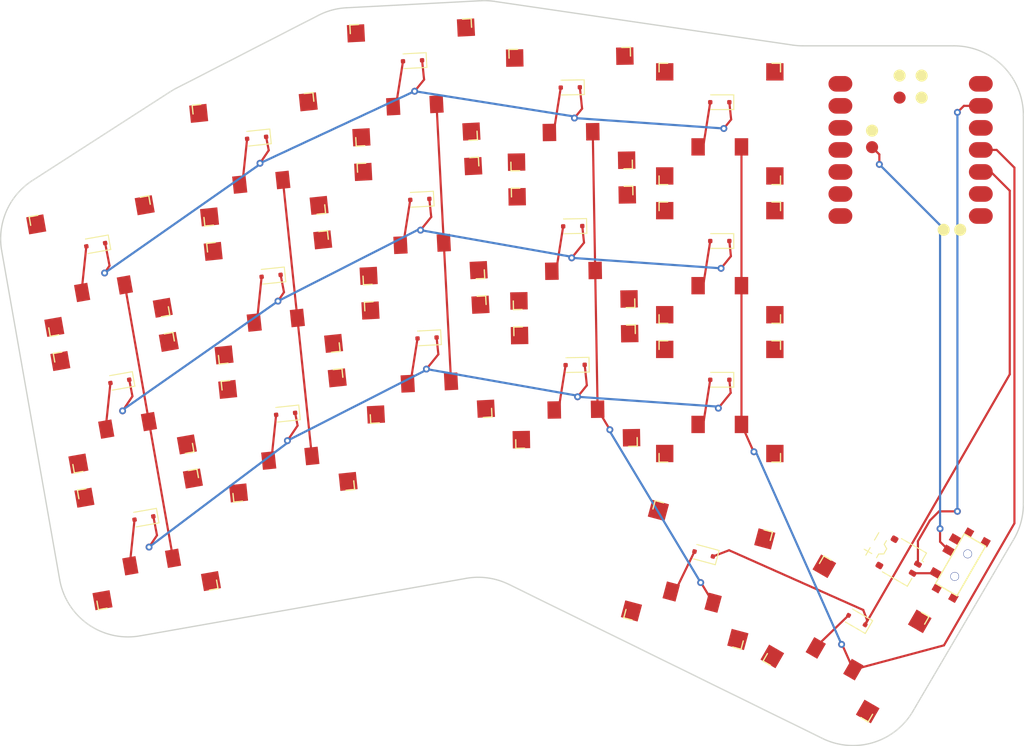
<source format=kicad_pcb>
(kicad_pcb (version 20241229) (generator "pcbnew") (generator_version "9.0")
  (title_block (title "splave-ferris_pg1316s_left") (rev "v1.0.0") (company "Unknown"))
  (layers (0 "F.Cu" signal) (2 "B.Cu" signal) (13 "F.Paste" user) (15 "B.Paste" user) (5 "F.SilkS" user "F.Silkscreen") (7 "B.SilkS" user "B.Silkscreen") (1 "F.Mask" user) (3 "B.Mask" user) (25 "Edge.Cuts" user))
  (net 0 "")
  (net 1 "D5")
  (net 2 "pinky_bottom")
  (net 3 "pinky_home")
  (net 4 "pinky_top")
  (net 5 "D3")
  (net 6 "ring_bottom")
  (net 7 "ring_home")
  (net 8 "ring_top")
  (net 9 "D1")
  (net 10 "middle_bottom")
  (net 11 "middle_home")
  (net 12 "middle_top")
  (net 13 "D8")
  (net 14 "index_bottom")
  (net 15 "index_home")
  (net 16 "index_top")
  (net 17 "D10")
  (net 18 "inner_bottom")
  (net 19 "inner_home")
  (net 20 "inner_top")
  (net 21 "near_fan")
  (net 22 "far_fan")
  (net 23 "D4")
  (net 24 "D2")
  (net 25 "D0")
  (net 26 "D9")
  (net 27 "D6")
  (net 28 "D7")
  (net 29 "RAW3V3")
  (net 30 "RAW5V")
  (net 31 "GND")
  (net 32 "RST")
  (net 33 "BAT")
  (net 34 "BAT_P")
  (footprint "E73:SPDT_C128955" (layer "F.Cu") (at 237.436353 142.205289 -120)
    (property "Reference" "T1" (hide yes))
    (property "Value" "" (hide yes))
    (pad "" smd rect (at -3.700002 -1.099999 240) (size 0.9 0.9) (layers "F.Cu" "F.Mask" "F.Paste"))
    (pad "" smd rect (at -3.700002 1.099998 240) (size 0.9 0.9) (layers "F.Cu" "F.Mask" "F.Paste"))
    (pad "" np_thru_hole circle (at -1.499999 -0.000001) (size 1 1) (drill 0.9) (layers "*.Cu" "*.Mask"))
    (pad "" np_thru_hole circle (at 1.499999 0.000001) (size 1 1) (drill 0.9) (layers "*.Cu" "*.Mask"))
    (pad "" smd rect (at 3.700002 -1.099998 240) (size 0.9 0.9) (layers "F.Cu" "F.Mask" "F.Paste"))
    (pad "" smd rect (at 3.700002 1.099999 240) (size 0.9 0.9) (layers "F.Cu" "F.Mask" "F.Paste"))
    (pad "1" smd rect (at 2.25 2.075007 240) (size 0.9 1.25) (layers "F.Cu" "F.Mask" "F.Paste") (net 34 "BAT_P"))
    (pad "2" smd rect (at -0.749998 2.075001 240) (size 0.9 1.25) (layers "F.Cu" "F.Mask" "F.Paste") (net 33 "BAT"))
    (pad "3" smd rect (at -2.250002 2.075003 240) (size 0.9 1.25) (layers "F.Cu" "F.Mask" "F.Paste"))
  )
  (footprint "diode_smd_sod323f" (layer "F.Cu") (at 209.60478 88.831483 180)
    (property "Reference" "D15" (hide yes))
    (property "Value" "" (hide yes))
    (pad "1" smd roundrect (at -1.1 -0.000001 180) (size 0.5 0.5) (layers "F.Cu" "F.Mask" "F.Paste") (net 25 "D0"))
    (pad "2" smd roundrect (at 1.1 0.000001 180) (size 0.5 0.5) (layers "F.Cu" "F.Mask" "F.Paste") (net 20 "inner_top"))
  )
  (footprint "PG1316S" (layer "F.Cu") (at 140.868831 123.476876 10)
    (property "Reference" "S2" (hide yes))
    (property "Value" "" (hide yes))
    (pad "1" smd rect (at -2.500005 2.649998 10) (size 1.55 2) (layers "F.Cu" "F.Mask" "F.Paste") (net 3 "pinky_home"))
    (pad "2" smd rect (at 2.5 2.649997 10) (size 1.55 2) (layers "F.Cu" "F.Mask" "F.Paste") (net 1 "D5"))
    (pad "MP" smd rect (at -6.350008 -5.999996 10) (size 2 2) (layers "F.Cu" "F.Mask" "F.Paste"))
    (pad "MP" smd rect (at -6.350001 5.999999 10) (size 2 2) (layers "F.Cu" "F.Mask" "F.Paste"))
    (pad "MP" smd rect (at 6.350001 -5.999999 10) (size 2 2) (layers "F.Cu" "F.Mask" "F.Paste"))
    (pad "MP" smd rect (at 6.350008 5.999996 10) (size 2 2) (layers "F.Cu" "F.Mask" "F.Paste"))
  )
  (footprint "PG1316S" (layer "F.Cu") (at 192.972407 121.621501 1)
    (property "Reference" "S10" (hide yes))
    (property "Value" "" (hide yes))
    (pad "1" smd rect (at -2.500002 2.650002 1) (size 1.55 2) (layers "F.Cu" "F.Mask" "F.Paste") (net 14 "index_bottom"))
    (pad "2" smd rect (at 2.500003 2.649996 1) (size 1.55 2) (layers "F.Cu" "F.Mask" "F.Paste") (net 13 "D8"))
    (pad "MP" smd rect (at -6.350002 6 1) (size 2 2) (layers "F.Cu" "F.Mask" "F.Paste"))
    (pad "MP" smd rect (at -6.349999 -5.999997 1) (size 2 2) (layers "F.Cu" "F.Mask" "F.Paste"))
    (pad "MP" smd rect (at 6.349999 5.999997 1) (size 2 2) (layers "F.Cu" "F.Mask" "F.Paste"))
    (pad "MP" smd rect (at 6.350002 -6 1) (size 2 2) (layers "F.Cu" "F.Mask" "F.Paste"))
  )
  (footprint "PG1316S" (layer "F.Cu") (at 175.148709 102.52815 3)
    (property "Reference" "S8" (hide yes))
    (property "Value" "" (hide yes))
    (pad "1" smd rect (at -2.500003 2.649998 3) (size 1.55 2) (layers "F.Cu" "F.Mask" "F.Paste") (net 11 "middle_home"))
    (pad "2" smd rect (at 2.5 2.650003 3) (size 1.55 2) (layers "F.Cu" "F.Mask" "F.Paste") (net 9 "D1"))
    (pad "MP" smd rect (at -6.349999 -6.000003 3) (size 2 2) (layers "F.Cu" "F.Mask" "F.Paste"))
    (pad "MP" smd rect (at -6.349999 5.999999 3) (size 2 2) (layers "F.Cu" "F.Mask" "F.Paste"))
    (pad "MP" smd rect (at 6.349999 -5.999999 3) (size 2 2) (layers "F.Cu" "F.Mask" "F.Paste"))
    (pad "MP" smd rect (at 6.349999 6.000003 3) (size 2 2) (layers "F.Cu" "F.Mask" "F.Paste"))
  )
  (footprint "PG1316S" (layer "F.Cu") (at 209.604779 107.331486)
    (property "Reference" "S14" (hide yes))
    (property "Value" "" (hide yes))
    (pad "1" smd rect (at -2.5 2.650003) (size 1.55 2) (layers "F.Cu" "F.Mask" "F.Paste") (net 19 "inner_home"))
    (pad "2" smd rect (at 2.499999 2.650003) (size 1.55 2) (layers "F.Cu" "F.Mask" "F.Paste") (net 17 "D10"))
    (pad "MP" smd rect (at -6.350001 -6.000004) (size 2 2) (layers "F.Cu" "F.Mask" "F.Paste"))
    (pad "MP" smd rect (at -6.349996 6) (size 2 2) (layers "F.Cu" "F.Mask" "F.Paste"))
    (pad "MP" smd rect (at 6.349996 -6) (size 2 2) (layers "F.Cu" "F.Mask" "F.Paste"))
    (pad "MP" smd rect (at 6.350001 6.000004) (size 2 2) (layers "F.Cu" "F.Mask" "F.Paste"))
  )
  (footprint "PG1316S" (layer "F.Cu") (at 156.465997 95.420161 6)
    (property "Reference" "S6" (hide yes))
    (property "Value" "" (hide yes))
    (pad "1" smd rect (at -2.500006 2.649998 6) (size 1.55 2) (layers "F.Cu" "F.Mask" "F.Paste") (net 8 "ring_top"))
    (pad "2" smd rect (at 2.500004 2.649999 6) (size 1.55 2) (layers "F.Cu" "F.Mask" "F.Paste") (net 5 "D3"))
    (pad "MP" smd rect (at -6.350004 -6 6) (size 2 2) (layers "F.Cu" "F.Mask" "F.Paste"))
    (pad "MP" smd rect (at -6.350001 5.999992 6) (size 2 2) (layers "F.Cu" "F.Mask" "F.Paste"))
    (pad "MP" smd rect (at 6.350001 -5.999992 6) (size 2 2) (layers "F.Cu" "F.Mask" "F.Paste"))
    (pad "MP" smd rect (at 6.350004 6 6) (size 2 2) (layers "F.Cu" "F.Mask" "F.Paste"))
  )
  (footprint "diode_smd_sod323f" (layer "F.Cu") (at 159.549583 124.75856 -174)
    (property "Reference" "D4" (hide yes))
    (property "Value" "" (hide yes))
    (pad "1" smd roundrect (at -1.099995 -0.000004 186) (size 0.5 0.5) (layers "F.Cu" "F.Mask" "F.Paste") (net 23 "D4"))
    (pad "2" smd roundrect (at 1.099995 0.000004 186) (size 0.5 0.5) (layers "F.Cu" "F.Mask" "F.Paste") (net 6 "ring_bottom"))
  )
  (footprint "diode_smd_sod323f" (layer "F.Cu") (at 143.213085 136.771783 -170)
    (property "Reference" "D1" (hide yes))
    (property "Value" "" (hide yes))
    (pad "1" smd roundrect (at -1.1 -0.000005 190) (size 0.5 0.5) (layers "F.Cu" "F.Mask" "F.Paste") (net 23 "D4"))
    (pad "2" smd roundrect (at 1.1 0.000005 190) (size 0.5 0.5) (layers "F.Cu" "F.Mask" "F.Paste") (net 2 "pinky_bottom"))
  )
  (footprint "diode_smd_sod323f" (layer "F.Cu") (at 209.604779 104.83149 180)
    (property "Reference" "D14" (hide yes))
    (property "Value" "" (hide yes))
    (pad "1" smd roundrect (at -1.1 -0.000001 180) (size 0.5 0.5) (layers "F.Cu" "F.Mask" "F.Paste") (net 24 "D2"))
    (pad "2" smd roundrect (at 1.1 0.000001 180) (size 0.5 0.5) (layers "F.Cu" "F.Mask" "F.Paste") (net 19 "inner_home"))
  )
  (footprint "diode_smd_sod323f" (layer "F.Cu") (at 137.656342 105.257931 -170)
    (property "Reference" "D3" (hide yes))
    (property "Value" "" (hide yes))
    (pad "1" smd roundrect (at -1.1 -0.000005 190) (size 0.5 0.5) (layers "F.Cu" "F.Mask" "F.Paste") (net 25 "D0"))
    (pad "2" smd roundrect (at 1.1 0.000005 190) (size 0.5 0.5) (layers "F.Cu" "F.Mask" "F.Paste") (net 4 "pinky_top"))
  )
  (footprint "diode_smd_sod323f" (layer "F.Cu") (at 209.604783 120.831487 180)
    (property "Reference" "D13" (hide yes))
    (property "Value" "" (hide yes))
    (pad "1" smd roundrect (at -1.1 -0.000001 180) (size 0.5 0.5) (layers "F.Cu" "F.Mask" "F.Paste") (net 23 "D4"))
    (pad "2" smd roundrect (at 1.1 0.000001 180) (size 0.5 0.5) (layers "F.Cu" "F.Mask" "F.Paste") (net 18 "inner_bottom"))
  )
  (footprint "ceoloide:battery_connector_molex_pico_ezmate_1x02" (layer "F.Cu") (at 230.523693 141.678361 -120)
    (property "Reference" "CONN1" (hide yes))
    (property "Value" "")
    (pad "" smd roundrect (at -1.749995 1.899999 240) (size 0.7 0.8) (layers "F.Cu" "F.Mask" "F.Paste"))
    (pad "" smd roundrect (at 1.749998 1.899999 240) (size 0.7 0.8) (layers "F.Cu" "F.Mask" "F.Paste"))
    (pad "1" smd roundrect (at -0.600002 -1.874999 240) (size 0.6 0.85) (layers "F.Cu" "F.Mask" "F.Paste") (net 31 "GND"))
    (pad "2" smd roundrect (at 0.599997 -1.875006 240) (size 0.6 0.85) (layers "F.Cu" "F.Mask" "F.Paste") (net 34 "BAT_P"))
  )
  (footprint "diode_smd_sod323f" (layer "F.Cu") (at 174.180494 84.05351 -177)
    (property "Reference" "D9" (hide yes))
    (property "Value" "" (hide yes))
    (pad "1" smd roundrect (at -1.099998 -0.000003 183) (size 0.5 0.5) (layers "F.Cu" "F.Mask" "F.Paste") (net 25 "D0"))
    (pad "2" smd roundrect (at 1.099998 0.000003 183) (size 0.5 0.5) (layers "F.Cu" "F.Mask" "F.Paste") (net 12 "middle_top"))
  )
  (footprint "diode_smd_sod323f" (layer "F.Cu") (at 192.928767 119.121879 -179)
    (property "Reference" "D10" (hide yes))
    (property "Value" "" (hide yes))
    (pad "1" smd roundrect (at -1.100002 0.000001 181) (size 0.5 0.5) (layers "F.Cu" "F.Mask" "F.Paste") (net 23 "D4"))
    (pad "2" smd roundrect (at 1.100002 -0.000001 181) (size 0.5 0.5) (layers "F.Cu" "F.Mask" "F.Paste") (net 14 "index_bottom"))
  )
  (footprint "PG1316S" (layer "F.Cu") (at 175.986084 118.506233 3)
    (property "Reference" "S7" (hide yes))
    (property "Value" "" (hide yes))
    (pad "1" smd rect (at -2.500003 2.649998 3) (size 1.55 2) (layers "F.Cu" "F.Mask" "F.Paste") (net 10 "middle_bottom"))
    (pad "2" smd rect (at 2.5 2.650003 3) (size 1.55 2) (layers "F.Cu" "F.Mask" "F.Paste") (net 9 "D1"))
    (pad "MP" smd rect (at -6.349999 -6.000003 3) (size 2 2) (layers "F.Cu" "F.Mask" "F.Paste"))
    (pad "MP" smd rect (at -6.349999 5.999999 3) (size 2 2) (layers "F.Cu" "F.Mask" "F.Paste"))
    (pad "MP" smd rect (at 6.349999 -5.999999 3) (size 2 2) (layers "F.Cu" "F.Mask" "F.Paste"))
    (pad "MP" smd rect (at 6.349999 6.000003 3) (size 2 2) (layers "F.Cu" "F.Mask" "F.Paste"))
  )
  (footprint "PG1316S" (layer "F.Cu") (at 158.138455 111.332514 6)
    (property "Reference" "S5" (hide yes))
    (property "Value" "" (hide yes))
    (pad "1" smd rect (at -2.500006 2.649998 6) (size 1.55 2) (layers "F.Cu" "F.Mask" "F.Paste") (net 7 "ring_home"))
    (pad "2" smd rect (at 2.500004 2.649999 6) (size 1.55 2) (layers "F.Cu" "F.Mask" "F.Paste") (net 5 "D3"))
    (pad "MP" smd rect (at -6.350004 -6 6) (size 2 2) (layers "F.Cu" "F.Mask" "F.Paste"))
    (pad "MP" smd rect (at -6.350001 5.999992 6) (size 2 2) (layers "F.Cu" "F.Mask" "F.Paste"))
    (pad "MP" smd rect (at 6.350001 -5.999992 6) (size 2 2) (layers "F.Cu" "F.Mask" "F.Paste"))
    (pad "MP" smd rect (at 6.350004 6 6) (size 2 2) (layers "F.Cu" "F.Mask" "F.Paste"))
  )
  (footprint "PG1316S" (layer "F.Cu") (at 209.60478 123.331489)
    (property "Reference" "S13" (hide yes))
    (property "Value" "" (hide yes))
    (pad "1" smd rect (at -2.5 2.650003) (size 1.55 2) (layers "F.Cu" "F.Mask" "F.Paste") (net 18 "inner_bottom"))
    (pad "2" smd rect (at 2.499999 2.650003) (size 1.55 2) (layers "F.Cu" "F.Mask" "F.Paste") (net 17 "D10"))
    (pad "MP" smd rect (at -6.350001 -6.000004) (size 2 2) (layers "F.Cu" "F.Mask" "F.Paste"))
    (pad "MP" smd rect (at -6.349996 6) (size 2 2) (layers "F.Cu" "F.Mask" "F.Paste"))
    (pad "MP" smd rect (at 6.349996 -6) (size 2 2) (layers "F.Cu" "F.Mask" "F.Paste"))
    (pad "MP" smd rect (at 6.350001 6.000004) (size 2 2) (layers "F.Cu" "F.Mask" "F.Paste"))
  )
  (footprint "diode_smd_sod323f" (layer "F.Cu") (at 192.370292 87.126756 -179)
    (property "Reference" "D12" (hide yes))
    (property "Value" "" (hide yes))
    (pad "1" smd roundrect (at -1.100002 0.000001 181) (size 0.5 0.5) (layers "F.Cu" "F.Mask" "F.Paste") (net 25 "D0"))
    (pad "2" smd roundrect (at 1.100002 -0.000001 181) (size 0.5 0.5) (layers "F.Cu" "F.Mask" "F.Paste") (net 16 "index_top"))
  )
  (footprint "PG1316S" (layer "F.Cu") (at 138.090459 107.719951 10)
    (property "Reference" "S3" (hide yes))
    (property "Value" "" (hide yes))
    (pad "1" smd rect (at -2.500005 2.649998 10) (size 1.55 2) (layers "F.Cu" "F.Mask" "F.Paste") (net 4 "pinky_top"))
    (pad "2" smd rect (at 2.5 2.649997 10) (size 1.55 2) (layers "F.Cu" "F.Mask" "F.Paste") (net 1 "D5"))
    (pad "MP" smd rect (at -6.350008 -5.999996 10) (size 2 2) (layers "F.Cu" "F.Mask" "F.Paste"))
    (pad "MP" smd rect (at -6.350001 5.999999 10) (size 2 2) (layers "F.Cu" "F.Mask" "F.Paste"))
    (pad "MP" smd rect (at 6.350001 -5.999999 10) (size 2 2) (layers "F.Cu" "F.Mask" "F.Paste"))
    (pad "MP" smd rect (at 6.350008 5.999996 10) (size 2 2) (layers "F.Cu" "F.Mask" "F.Paste"))
  )
  (footprint "diode_smd_sod323f" (layer "F.Cu") (at 140.434711 121.014857 -170)
    (property "Reference" "D2" (hide yes))
    (property "Value" "" (hide yes))
    (pad "1" smd roundrect (at -1.1 -0.000005 190) (size 0.5 0.5) (layers "F.Cu" "F.Mask" "F.Paste") (net 24 "D2"))
    (pad "2" smd roundrect (at 1.1 0.000005 190) (size 0.5 0.5) (layers "F.Cu" "F.Mask" "F.Paste") (net 3 "pinky_home"))
  )
  (footprint "PG1316S" (layer "F.Cu") (at 159.810906 127.244863 6)
    (property "Reference" "S4" (hide yes))
    (property "Value" "" (hide yes))
    (pad "1" smd rect (at -2.500006 2.649998 6) (size 1.55 2) (layers "F.Cu" "F.Mask" "F.Paste") (net 6 "ring_bottom"))
    (pad "2" smd rect (at 2.500004 2.649999 6) (size 1.55 2) (layers "F.Cu" "F.Mask" "F.Paste") (net 5 "D3"))
    (pad "MP" smd rect (at -6.350004 -6 6) (size 2 2) (layers "F.Cu" "F.Mask" "F.Paste"))
    (pad "MP" smd rect (at -6.350001 5.999992 6) (size 2 2) (layers "F.Cu" "F.Mask" "F.Paste"))
    (pad "MP" smd rect (at 6.350001 -5.999992 6) (size 2 2) (layers "F.Cu" "F.Mask" "F.Paste"))
    (pad "MP" smd rect (at 6.350004 6 6) (size 2 2) (layers "F.Cu" "F.Mask" "F.Paste"))
  )
  (footprint "PG1316S" (layer "F.Cu") (at 192.413922 89.626372 1)
    (property "Reference" "S12" (hide yes))
    (property "Value" "" (hide yes))
    (pad "1" smd rect (at -2.500002 2.650002 1) (size 1.55 2) (layers "F.Cu" "F.Mask" "F.Paste") (net 16 "index_top"))
    (pad "2" smd rect (at 2.500003 2.649996 1) (size 1.55 2) (layers "F.Cu" "F.Mask" "F.Paste") (net 13 "D8"))
    (pad "MP" smd rect (at -6.350002 6 1) (size 2 2) (layers "F.Cu" "F.Mask" "F.Paste"))
    (pad "MP" smd rect (at -6.349999 -5.999997 1) (size 2 2) (layers "F.Cu" "F.Mask" "F.Paste"))
    (pad "MP" smd rect (at 6.349999 5.999997 1) (size 2 2) (layers "F.Cu" "F.Mask" "F.Paste"))
    (pad "MP" smd rect (at 6.350002 -6 1) (size 2 2) (layers "F.Cu" "F.Mask" "F.Paste"))
  )
  (footprint "PG1316S" (layer "F.Cu") (at 209.604783 91.331488)
    (property "Reference" "S15" (hide yes))
    (property "Value" "" (hide yes))
    (pad "1" smd rect (at -2.5 2.650003) (size 1.55 2) (layers "F.Cu" "F.Mask" "F.Paste") (net 20 "inner_top"))
    (pad "2" smd rect (at 2.499999 2.650003) (size 1.55 2) (layers "F.Cu" "F.Mask" "F.Paste") (net 17 "D10"))
    (pad "MP" smd rect (at -6.350001 -6.000004) (size 2 2) (layers "F.Cu" "F.Mask" "F.Paste"))
    (pad "MP" smd rect (at -6.349996 6) (size 2 2) (layers "F.Cu" "F.Mask" "F.Paste"))
    (pad "MP" smd rect (at 6.349996 -6) (size 2 2) (layers "F.Cu" "F.Mask" "F.Paste"))
    (pad "MP" smd rect (at 6.350001 6.000004) (size 2 2) (layers "F.Cu" "F.Mask" "F.Paste"))
  )
  (footprint "xiao_smd" (layer "F.Cu") (at 231.604781 94.33148)
    (property "Reference" "MCU1" (hide yes))
    (property "Value" "")
    (pad "" smd circle (at -4.445004 -2.222001 180) (size 1.397 1.397) (layers "F.SilkS"))
    (pad "" smd circle (at -1.27 -8.571997 90) (size 1.397 1.397) (layers "F.SilkS"))
    (pad "" smd circle (at 1.269996 -6.031998 90) (size 1.397 1.397) (layers "F.SilkS"))
    (pad "" smd circle (at 1.270001 -8.572001 90) (size 1.397 1.397) (layers "F.SilkS"))
    (pad "" smd circle (at 3.809996 9.208 180) (size 1.397 1.397) (layers "F.SilkS"))
    (pad "" smd circle (at 5.715 9.208001 180) (size 1.397 1.397) (layers "F.SilkS"))
    (pad "1" smd oval (at -7.62 -7.620001 180) (size 2.75 1.8) (drill (offset 0.475 0)) (layers "F.Cu" "F.Mask" "F.Paste") (net 25 "D0"))
    (pad "2" smd oval (at -7.619997 -5.079996 180) (size 2.75 1.8) (drill (offset 0.475 0)) (layers "F.Cu" "F.Mask" "F.Paste") (net 9 "D1"))
    (pad "3" smd oval (at -7.619999 -2.54 180) (size 2.75 1.8) (drill (offset 0.475 0)) (layers "F.Cu" "F.Mask" "F.Paste") (net 24 "D2"))
    (pad "4" smd oval (at -7.619995 -0.000002 180) (size 2.75 1.8) (drill (offset 0.475 0)) (layers "F.Cu" "F.Mask" "F.Paste") (net 5 "D3"))
    (pad "5" smd oval (at -7.620003 2.539999 180) (size 2.75 1.8) (drill (offset 0.475 0)) (layers "F.Cu" "F.Mask" "F.Paste") (net 23 "D4"))
    (pad "6" smd oval (at -7.619993 5.079996 180) (size 2.75 1.8) (drill (offset 0.475 0)) (layers "F.Cu" "F.Mask" "F.Paste") (net 1 "D5"))
    (pad "7" smd oval (at -7.620001 7.62 180) (size 2.75 1.8) (drill (offset 0.475 0)) (layers "F.Cu" "F.Mask" "F.Paste") (net 27 "D6"))
    (pad "8" smd oval (at 7.62 7.620001) (size 2.75 1.8) (drill (offset 0.475 0)) (layers "F.Cu" "F.Mask" "F.Paste") (net 28 "D7"))
    (pad "9" smd oval (at 7.619997 5.079996) (size 2.75 1.8) (drill (offset 0.475 0)) (layers "F.Cu" "F.Mask" "F.Paste") (net 13 "D8"))
    (pad "10" smd oval (at 7.619999 2.54) (size 2.75 1.8) (drill (offset 0.475 0)) (layers "F.Cu" "F.Mask" "F.Paste") (net 26 "D9"))
    (pad "11" smd oval (at 7.619995 0.000002) (size 2.75 1.8) (drill (offset 0.475 0)) (layers "F.Cu" "F.Mask" "F.Paste") (net 17 "D10"))
    (pad "12" smd oval (at 7.620003 -2.539999) (size 2.75 1.8) (drill (offset 0.475 0)) (layers "F.Cu" "F.Mask" "F.Paste") (net 29 "RAW3V3"))
    (pad "13" smd oval (at 7.619993 -5.079996) (size 2.75 1.8) (drill (offset 0.475 0)) (layers "F.Cu" "F.Mask" "F.Paste") (net 31 "GND"))
    (pad "14" smd oval (at 7.620001 -7.62) (size 2.75 1.8) (drill (offset 0.475 0)) (layers "F.Cu" "F.Mask" "F.Paste") (net 30 "RAW5V"))
    (pad "17" smd circle (at -1.270004 -6.032 90) (size 1.397 1.397) (layers "F.Cu" "F.Mask" "F.Paste") (net 32 "RST"))
    (pad "19" smd circle (at -4.445 -0.316999 180) (size 1.397 1.397) (layers "F.Cu" "F.Mask" "F.Paste") (net 33 "BAT"))
  )
  (footprint "PG1316S" (layer "F.Cu") (at 224.157674 150.704645 -30)
    (property "Reference" "S17" (hide yes))
    (property "Value" "" (hide yes))
    (pad "1" smd rect (at -2.5 2.650002 330) (size 1.55 2) (layers "F.Cu" "F.Mask" "F.Paste") (net 22 "far_fan"))
    (pad "2" smd rect (at 2.500004 2.650003 330) (size 1.55 2) (layers "F.Cu" "F.Mask" "F.Paste") (net 17 "D10"))
    (pad "MP" smd rect (at -6.350006 6.000001 330) (size 2 2) (layers "F.Cu" "F.Mask" "F.Paste"))
    (pad "MP" smd rect (at -6.349993 -5.999999 330) (size 2 2) (layers "F.Cu" "F.Mask" "F.Paste"))
    (pad "MP" smd rect (at 6.349993 5.999999 330) (size 2 2) (layers "F.Cu" "F.Mask" "F.Paste"))
    (pad "MP" smd rect (at 6.350006 -6.000001 330) (size 2 2) (layers "F.Cu" "F.Mask" "F.Paste"))
  )
  (footprint "PG1316S" (layer "F.Cu") (at 192.693166 105.623942 1)
    (property "Reference" "S11" (hide yes))
    (property "Value" "" (hide yes))
    (pad "1" smd rect (at -2.500002 2.650002 1) (size 1.55 2) (layers "F.Cu" "F.Mask" "F.Paste") (net 15 "index_home"))
    (pad "2" smd rect (at 2.500003 2.649996 1) (size 1.55 2) (layers "F.Cu" "F.Mask" "F.Paste") (net 13 "D8"))
    (pad "MP" smd rect (at -6.350002 6 1) (size 2 2) (layers "F.Cu" "F.Mask" "F.Paste"))
    (pad "MP" smd rect (at -6.349999 -5.999997 1) (size 2 2) (layers "F.Cu" "F.Mask" "F.Paste"))
    (pad "MP" smd rect (at 6.349999 5.999997 1) (size 2 2) (layers "F.Cu" "F.Mask" "F.Paste"))
    (pad "MP" smd rect (at 6.350002 -6 1) (size 2 2) (layers "F.Cu" "F.Mask" "F.Paste"))
  )
  (footprint "PG1316S" (layer "F.Cu") (at 174.311334 86.550078 3)
    (property "Reference" "S9" (hide yes))
    (property "Value" "" (hide yes))
    (pad "1" smd rect (at -2.500003 2.649998 3) (size 1.55 2) (layers "F.Cu" "F.Mask" "F.Paste") (net 12 "middle_top"))
    (pad "2" smd rect (at 2.5 2.650003 3) (size 1.55 2) (layers "F.Cu" "F.Mask" "F.Paste") (net 9 "D1"))
    (pad "MP" smd rect (at -6.349999 -6.000003 3) (size 2 2) (layers "F.Cu" "F.Mask" "F.Paste"))
    (pad "MP" smd rect (at -6.349999 5.999999 3) (size 2 2) (layers "F.Cu" "F.Mask" "F.Paste"))
    (pad "MP" smd rect (at 6.349999 -5.999999 3) (size 2 2) (layers "F.Cu" "F.Mask" "F.Paste"))
    (pad "MP" smd rect (at 6.349999 6.000003 3) (size 2 2) (layers "F.Cu" "F.Mask" "F.Paste"))
  )
  (footprint "diode_smd_sod323f" (layer "F.Cu") (at 175.017867 100.031576 -177)
    (property "Reference" "D8" (hide yes))
    (property "Value" "" (hide yes))
    (pad "1" smd roundrect (at -1.099998 -0.000003 183) (size 0.5 0.5) (layers "F.Cu" "F.Mask" "F.Paste") (net 24 "D2"))
    (pad "2" smd roundrect (at 1.099998 0.000003 183) (size 0.5 0.5) (layers "F.Cu" "F.Mask" "F.Paste") (net 11 "middle_home"))
  )
  (footprint "diode_smd_sod323f" (layer "F.Cu") (at 207.75182 140.916674 165)
    (property "Reference" "D16" (hide yes))
    (property "Value" "" (hide yes))
    (pad "1" smd roundrect (at -1.099999 -0.000002 165) (size 0.5 0.5) (layers "F.Cu" "F.Mask" "F.Paste") (net 26 "D9"))
    (pad "2" smd roundrect (at 1.099999 0.000002 165) (size 0.5 0.5) (layers "F.Cu" "F.Mask" "F.Paste") (net 21 "near_fan"))
  )
  (footprint "diode_smd_sod323f" (layer "F.Cu") (at 225.407669 148.539579 150)
    (property "Reference" "D17" (hide yes))
    (property "Value" "" (hide yes))
    (pad "1" smd roundrect (at -1.100001 0.000006 150) (size 0.5 0.5) (layers "F.Cu" "F.Mask" "F.Paste") (net 26 "D9"))
    (pad "2" smd roundrect (at 1.100001 -0.000006 150) (size 0.5 0.5) (layers "F.Cu" "F.Mask" "F.Paste") (net 22 "far_fan"))
  )
  (footprint "diode_smd_sod323f" (layer "F.Cu") (at 192.649534 103.124321 -179)
    (property "Reference" "D11" (hide yes))
    (property "Value" "" (hide yes))
    (pad "1" smd roundrect (at -1.100002 0.000001 181) (size 0.5 0.5) (layers "F.Cu" "F.Mask" "F.Paste") (net 24 "D2"))
    (pad "2" smd roundrect (at 1.100002 -0.000001 181) (size 0.5 0.5) (layers "F.Cu" "F.Mask" "F.Paste") (net 15 "index_home"))
  )
  (footprint "diode_smd_sod323f" (layer "F.Cu") (at 175.855241 116.009649 -177)
    (property "Reference" "D7" (hide yes))
    (property "Value" "" (hide yes))
    (pad "1" smd roundrect (at -1.099998 -0.000003 183) (size 0.5 0.5) (layers "F.Cu" "F.Mask" "F.Paste") (net 23 "D4"))
    (pad "2" smd roundrect (at 1.099998 0.000003 183) (size 0.5 0.5) (layers "F.Cu" "F.Mask" "F.Paste") (net 10 "middle_bottom"))
  )
  (footprint "PG1316S" (layer "F.Cu") (at 143.647198 139.233799 10)
    (property "Reference" "S1" (hide yes))
    (property "Value" "" (hide yes))
    (pad "1" smd rect (at -2.500005 2.649998 10) (size 1.55 2) (layers "F.Cu" "F.Mask" "F.Paste") (net 2 "pinky_bottom"))
    (pad "2" smd rect (at 2.5 2.649997 10) (size 1.55 2) (layers "F.Cu" "F.Mask" "F.Paste") (net 1 "D5"))
    (pad "MP" smd rect (at -6.350008 -5.999996 10) (size 2 2) (layers "F.Cu" "F.Mask" "F.Paste"))
    (pad "MP" smd rect (at -6.350001 5.999999 10) (size 2 2) (layers "F.Cu" "F.Mask" "F.Paste"))
    (pad "MP" smd rect (at 6.350001 -5.999999 10) (size 2 2) (layers "F.Cu" "F.Mask" "F.Paste"))
    (pad "MP" smd rect (at 6.350008 5.999996 10) (size 2 2) (layers "F.Cu" "F.Mask" "F.Paste"))
  )
  (footprint "PG1316S" (layer "F.Cu") (at 207.10478 143.33149 -15)
    (property "Reference" "S16" (hide yes))
    (property "Value" "" (hide yes))
    (pad "1" smd rect (at -2.5 2.650001 345) (size 1.55 2) (layers "F.Cu" "F.Mask" "F.Paste") (net 21 "near_fan"))
    (pad "2" smd rect (at 2.5 2.649999 345) (size 1.55 2) (layers "F.Cu" "F.Mask" "F.Paste") (net 13 "D8"))
    (pad "MP" smd rect (at -6.349999 5.999996 345) (size 2 2) (layers "F.Cu" "F.Mask" "F.Paste"))
    (pad "MP" smd rect (at -6.349998 -6.000001 345) (size 2 2) (layers "F.Cu" "F.Mask" "F.Paste"))
    (pad "MP" smd rect (at 6.349998 6.000001 345) (size 2 2) (layers "F.Cu" "F.Mask" "F.Paste"))
    (pad "MP" smd rect (at 6.349999 -5.999996 345) (size 2 2) (layers "F.Cu" "F.Mask" "F.Paste"))
  )
  (footprint "diode_smd_sod323f" (layer "F.Cu") (at 156.204679 92.933859 -174)
    (property "Reference" "D6" (hide yes))
    (property "Value" "" (hide yes))
    (pad "1" smd roundrect (at -1.099995 -0.000004 186) (size 0.5 0.5) (layers "F.Cu" "F.Mask" "F.Paste") (net 25 "D0"))
    (pad "2" smd roundrect (at 1.099995 0.000004 186) (size 0.5 0.5) (layers "F.Cu" "F.Mask" "F.Paste") (net 8 "ring_top"))
  )
  (footprint "diode_smd_sod323f" (layer "F.Cu") (at 157.877133 108.846206 -174)
    (property "Reference" "D5" (hide yes))
    (property "Value" "" (hide yes))
    (pad "1" smd roundrect (at -1.099995 -0.000004 186) (size 0.5 0.5) (layers "F.Cu" "F.Mask" "F.Paste") (net 24 "D2"))
    (pad "2" smd roundrect (at 1.099995 0.000004 186) (size 0.5 0.5) (layers "F.Cu" "F.Mask" "F.Paste") (net 7 "ring_home"))
  )
  (gr_arc (start 244.604778 135.158792) (mid 244.325117 137.255535) (end 243.505697 139.205688) (stroke (width 0.15)) (layer "Edge.Cuts"))
  (gr_arc (start 163.329395 78.814879) (mid 164.899764 78.208338) (end 166.562291 77.943838) (stroke (width 0.15)) (layer "Edge.Cuts"))
  (gr_arc (start 142.765146 150.355939) (mid 136.787345 149.030697) (end 133.49749 143.866667) (stroke (width 0.15)) (layer "Edge.Cuts"))
  (gr_line (start 133.49749 143.866667) (end 126.814927 105.967941) (stroke (width 0.15)) (layer "Edge.Cuts"))
  (gr_line (start 183.613355 77.206425) (end 218.028174 82.247033) (stroke (width 0.15)) (layer "Edge.Cuts"))
  (gr_arc (start 180.373137 143.724644) (mid 182.886882 143.682539) (end 185.289567 144.422669) (stroke (width 0.15)) (layer "Edge.Cuts"))
  (gr_line (start 130.361409 97.853139) (end 146.243985 87.623136) (stroke (width 0.15)) (layer "Edge.Cuts"))
  (gr_arc (start 126.814925 105.967943) (mid 127.362884 101.375044) (end 130.361409 97.853139) (stroke (width 0.15)) (layer "Edge.Cuts"))
  (gr_line (start 166.562293 77.943838) (end 182.035301 77.132932) (stroke (width 0.15)) (layer "Edge.Cuts"))
  (gr_line (start 180.373137 143.724644) (end 142.765146 150.355939) (stroke (width 0.15)) (layer "Edge.Cuts"))
  (gr_line (start 221.441418 162.181546) (end 185.289567 144.422669) (stroke (width 0.15)) (layer "Edge.Cuts"))
  (gr_arc (start 236.604771 82.331489) (mid 242.261629 84.674633) (end 244.604783 90.33149) (stroke (width 0.15)) (layer "Edge.Cuts"))
  (gr_arc (start 231.869582 159.048011) (mid 227.270875 162.6627) (end 221.441418 162.181546) (stroke (width 0.15)) (layer "Edge.Cuts"))
  (gr_line (start 146.924387 87.23075) (end 163.329398 78.81488) (stroke (width 0.15)) (layer "Edge.Cuts"))
  (gr_arc (start 182.0353 77.132931) (mid 182.826145 77.130629) (end 183.613355 77.206425) (stroke (width 0.15)) (layer "Edge.Cuts"))
  (gr_arc (start 219.187534 82.331486) (mid 218.606318 82.310344) (end 218.028174 82.247033) (stroke (width 0.15)) (layer "Edge.Cuts"))
  (gr_line (start 219.187535 82.331488) (end 236.604771 82.331489) (stroke (width 0.15)) (layer "Edge.Cuts"))
  (gr_line (start 243.505697 139.205688) (end 231.86958 159.04801) (stroke (width 0.15)) (layer "Edge.Cuts"))
  (gr_line (start 244.604783 90.33149) (end 244.604778 135.158792) (stroke (width 0.15)) (layer "Edge.Cuts"))
  (gr_arc (start 146.243985 87.623136) (mid 146.579367 87.418588) (end 146.924387 87.23075) (stroke (width 0.15)) (layer "Edge.Cuts"))
  (segment (start 146.569387 141.409418) (end 146.569385 141.40942) (width 0.25) (layer "F.Cu") (net 1))
  (segment (start 141.012642 109.895571) (end 146.569387 141.409418) (width 0.25) (layer "F.Cu") (net 1))
  (segment (start 142.129795 136.962791) (end 141.579696 142.196594) (width 0.25) (layer "F.Cu") (net 2))
  (segment (start 141.579696 142.196594) (end 141.645348 142.277664) (width 0.25) (layer "F.Cu") (net 2))
  (segment (start 139.351422 121.205868) (end 138.801331 126.439666) (width 0.25) (layer "F.Cu") (net 3))
  (segment (start 138.801331 126.439666) (end 138.866974 126.520737) (width 0.25) (layer "F.Cu") (net 3))
  (segment (start 136.57305 105.448945) (end 136.022961 110.682741) (width 0.25) (layer "F.Cu") (net 4))
  (segment (start 136.022961 110.682741) (end 136.088609 110.763813) (width 0.25) (layer "F.Cu") (net 4))
  (segment (start 159.229305 97.794321) (end 162.574216 129.619025) (width 0.25) (layer "F.Cu") (net 5))
  (segment (start 158.455614 124.873543) (end 157.92985 129.875863) (width 0.25) (layer "F.Cu") (net 6))
  (segment (start 157.92985 129.875863) (end 157.601608 130.141671) (width 0.25) (layer "F.Cu") (net 6))
  (segment (start 156.257395 113.963514) (end 155.929145 114.229315) (width 0.25) (layer "F.Cu") (net 7))
  (segment (start 156.783159 108.961192) (end 156.257395 113.963514) (width 0.25) (layer "F.Cu") (net 7))
  (segment (start 155.110703 93.048838) (end 154.584936 98.05116) (width 0.25) (layer "F.Cu") (net 8))
  (segment (start 154.584936 98.05116) (end 154.256694 98.31697) (width 0.25) (layer "F.Cu") (net 8))
  (segment (start 177.783972 105.043683) (end 178.621348 121.021761) (width 0.25) (layer "F.Cu") (net 9))
  (segment (start 176.946597 89.065611) (end 177.783972 105.043683) (width 0.25) (layer "F.Cu") (net 9))
  (segment (start 173.969905 121.035173) (end 173.628197 121.283433) (width 0.25) (layer "F.Cu") (net 10))
  (segment (start 174.756753 116.067225) (end 173.969905 121.035173) (width 0.25) (layer "F.Cu") (net 10))
  (segment (start 173.132528 105.0571) (end 172.790823 105.305359) (width 0.25) (layer "F.Cu") (net 11))
  (segment (start 173.919375 100.089152) (end 173.132528 105.0571) (width 0.25) (layer "F.Cu") (net 11))
  (segment (start 173.082005 84.111081) (end 172.295153 89.079023) (width 0.25) (layer "F.Cu") (net 12))
  (segment (start 172.295153 89.079023) (end 171.95345 89.327292) (width 0.25) (layer "F.Cu") (net 12))
  (segment (start 196.931494 126.579453) (end 195.518275 124.227462) (width 0.25) (layer "F.Cu") (net 13))
  (segment (start 208.833726 146.538234) (end 207.442899 144.223511) (width 0.25) (layer "F.Cu") (net 13))
  (segment (start 195.239035 108.229905) (end 195.51827 124.227461) (width 0.25) (layer "F.Cu") (net 13))
  (segment (start 195.51827 124.227461) (end 195.518273 124.227463) (width 0.25) (layer "F.Cu") (net 13))
  (segment (start 194.959793 92.232333) (end 195.239031 108.229902) (width 0.25) (layer "F.Cu") (net 13))
  (segment (start 196.928925 126.589756) (end 196.931494 126.579453) (width 0.25) (layer "F.Cu") (net 13))
  (segment (start 207.442899 144.223511) (end 207.401488 144.213189) (width 0.25) (layer "F.Cu") (net 13))
  (segment (start 195.239031 108.229902) (end 195.239035 108.229905) (width 0.25) (layer "F.Cu") (net 13))
  (via (at 207.401488 144.213189) (size 0.8) (drill 0.4) (layers "F.Cu" "B.Cu") (net 13))
  (via (at 196.928925 126.589756) (size 0.8) (drill 0.4) (layers "F.Cu" "B.Cu") (net 13))
  (segment (start 207.401488 144.213189) (end 196.894713 126.726976) (width 0.25) (layer "B.Cu") (net 13))
  (segment (start 196.894713 126.726976) (end 196.928925 126.589756) (width 0.25) (layer "B.Cu") (net 13))
  (segment (start 191.828943 119.141077) (end 191.073298 123.912031) (width 0.25) (layer "F.Cu") (net 14))
  (segment (start 191.073298 123.912031) (end 190.519034 124.314732) (width 0.25) (layer "F.Cu") (net 14))
  (segment (start 190.794055 107.914469) (end 190.239791 108.317164) (width 0.25) (layer "F.Cu") (net 15))
  (segment (start 191.549701 103.143513) (end 190.794055 107.914469) (width 0.25) (layer "F.Cu") (net 15))
  (segment (start 191.270464 87.145954) (end 190.514818 91.91691) (width 0.25) (layer "F.Cu") (net 16))
  (segment (start 190.514818 91.91691) (end 189.960556 92.319606) (width 0.25) (layer "F.Cu") (net 16))
  (segment (start 213.500357 129.116016) (end 212.104777 125.981491) (width 0.25) (layer "F.Cu") (net 17))
  (segment (start 212.104781 93.981488) (end 212.104783 109.981485) (width 0.25) (layer "F.Cu") (net 17))
  (segment (start 213.540644 129.131479) (end 213.500357 129.116016) (width 0.25) (layer "F.Cu") (net 17))
  (segment (start 239.224775 94.331483) (end 241.529249 94.331483) (width 0.25) (layer "F.Cu") (net 17))
  (segment (start 241.529249 94.331483) (end 243.57447 96.376704) (width 0.25) (layer "F.Cu") (net 17))
  (segment (start 223.713885 151.366038) (end 223.647728 151.340639) (width 0.25) (layer "F.Cu") (net 17))
  (segment (start 224.997739 154.249618) (end 223.713885 151.366038) (width 0.25) (layer "F.Cu") (net 17))
  (segment (start 212.104783 109.981485) (end 212.10478 109.981485) (width 0.25) (layer "F.Cu") (net 17))
  (segment (start 212.10478 109.981485) (end 212.104781 125.981488) (width 0.25) (layer "F.Cu") (net 17))
  (segment (start 243.57447 137.376704) (end 235.449834 151.448987) (width 0.25) (layer "F.Cu") (net 17))
  (segment (start 243.57447 96.376704) (end 243.57447 137.376704) (width 0.25) (layer "F.Cu") (net 17))
  (segment (start 235.449834 151.448987) (end 224.99774 154.249617) (width 0.25) (layer "F.Cu") (net 17))
  (via (at 213.540644 129.131479) (size 0.8) (drill 0.4) (layers "F.Cu" "B.Cu") (net 17))
  (via (at 223.647728 151.340639) (size 0.8) (drill 0.4) (layers "F.Cu" "B.Cu") (net 17))
  (segment (start 213.804699 129.23284) (end 213.540644 129.131479) (width 0.25) (layer "B.Cu") (net 17))
  (segment (start 223.647728 151.340639) (end 213.804699 129.23284) (width 0.25) (layer "B.Cu") (net 17))
  (segment (start 208.50478 120.831489) (end 207.765085 125.501745) (width 0.25) (layer "F.Cu") (net 18))
  (segment (start 207.765085 125.501745) (end 207.104784 125.981485) (width 0.25) (layer "F.Cu") (net 18))
  (segment (start 208.504781 104.831485) (end 207.765088 109.501746) (width 0.25) (layer "F.Cu") (net 19))
  (segment (start 207.765088 109.501746) (end 207.104781 109.981487) (width 0.25) (layer "F.Cu") (net 19))
  (segment (start 207.765084 93.50175) (end 207.104782 93.981489) (width 0.25) (layer "F.Cu") (net 20))
  (segment (start 208.504781 88.831483) (end 207.765084 93.50175) (width 0.25) (layer "F.Cu") (net 20))
  (segment (start 204.527745 145.063834) (end 204.004094 145.244141) (width 0.25) (layer "F.Cu") (net 21))
  (segment (start 206.689309 140.631971) (end 204.527745 145.063834) (width 0.25) (layer "F.Cu") (net 21))
  (segment (start 224.455048 147.989582) (end 220.669428 151.645307) (width 0.25) (layer "F.Cu") (net 22))
  (segment (start 220.669428 151.645307) (end 220.667605 151.749608) (width 0.25) (layer "F.Cu") (net 22))
  (segment (start 176.95374 115.952085) (end 177.158298 117.898374) (width 0.25) (layer "F.Cu") (net 23))
  (segment (start 160.643562 124.643577) (end 160.929567 126.114964) (width 0.25) (layer "F.Cu") (net 23))
  (segment (start 160.929567 126.114964) (end 159.756795 127.853668) (width 0.25) (layer "F.Cu") (net 23))
  (segment (start 210.863695 122.343435) (end 209.436912 124.105367) (width 0.25) (layer "F.Cu") (net 23))
  (segment (start 194.028603 119.10268) (end 194.278104 121.476464) (width 0.25) (layer "F.Cu") (net 23))
  (segment (start 177.158298 117.898374) (end 175.781459 119.598629) (width 0.25) (layer "F.Cu") (net 23))
  (segment (start 144.720889 138.764693) (end 143.804783 140.122882) (width 0.25) (layer "F.Cu") (net 23))
  (segment (start 194.278104 121.476464) (end 193.210972 122.794258) (width 0.25) (layer "F.Cu") (net 23))
  (segment (start 144.296381 136.580768) (end 144.720889 138.764693) (width 0.25) (layer "F.Cu") (net 23))
  (segment (start 210.704788 120.831487) (end 210.863695 122.343435) (width 0.25) (layer "F.Cu") (net 23))
  (via (at 175.781459 119.598629) (size 0.8) (drill 0.4) (layers "F.Cu" "B.Cu") (net 23))
  (via (at 209.436912 124.105367) (size 0.8) (drill 0.4) (layers "F.Cu" "B.Cu") (net 23))
  (via (at 143.804783 140.122882) (size 0.8) (drill 0.4) (layers "F.Cu" "B.Cu") (net 23))
  (via (at 159.756795 127.853668) (size 0.8) (drill 0.4) (layers "F.Cu" "B.Cu") (net 23))
  (via (at 193.210972 122.794258) (size 0.8) (drill 0.4) (layers "F.Cu" "B.Cu") (net 23))
  (segment (start 159.717728 128.131616) (end 159.756795 127.853668) (width 0.25) (layer "B.Cu") (net 23))
  (segment (start 193.210972 122.794258) (end 209.273566 123.917463) (width 0.25) (layer "B.Cu") (net 23))
  (segment (start 143.804783 140.122882) (end 159.717728 128.131616) (width 0.25) (layer "B.Cu") (net 23))
  (segment (start 193.11325 122.654691) (end 193.210972 122.794258) (width 0.25) (layer "B.Cu") (net 23))
  (segment (start 175.746388 119.706559) (end 175.781459 119.598629) (width 0.25) (layer "B.Cu") (net 23))
  (segment (start 175.781459 119.598629) (end 193.11325 122.654691) (width 0.25) (layer "B.Cu") (net 23))
  (segment (start 159.756795 127.853668) (end 175.746388 119.706559) (width 0.25) (layer "B.Cu") (net 23))
  (segment (start 209.273566 123.917463) (end 209.436912 124.105367) (width 0.25) (layer "B.Cu") (net 23))
  (segment (start 210.88877 106.582012) (end 209.753499 107.983956) (width 0.25) (layer "F.Cu") (net 24))
  (segment (start 141.518003 120.823846) (end 141.888773 122.731271) (width 0.25) (layer "F.Cu") (net 24))
  (segment (start 193.749368 103.105122) (end 193.951265 105.026022) (width 0.25) (layer "F.Cu") (net 24))
  (segment (start 158.9711 108.731229) (end 159.361033 110.737221) (width 0.25) (layer "F.Cu") (net 24))
  (segment (start 159.361033 110.737221) (end 158.667101 111.766018) (width 0.25) (layer "F.Cu") (net 24))
  (segment (start 210.704784 104.831486) (end 210.88877 106.582012) (width 0.25) (layer "F.Cu") (net 24))
  (segment (start 193.951265 105.026022) (end 192.53304 106.777376) (width 0.25) (layer "F.Cu") (net 24))
  (segment (start 141.888773 122.731271) (end 140.751843 124.416845) (width 0.25) (layer "F.Cu") (net 24))
  (segment (start 176.335632 102.060231) (end 175.103526 103.581744) (width 0.25) (layer "F.Cu") (net 24))
  (segment (start 176.116365 99.97401) (end 176.335632 102.060231) (width 0.25) (layer "F.Cu") (net 24))
  (via (at 209.753499 107.983956) (size 0.8) (drill 0.4) (layers "F.Cu" "B.Cu") (net 24))
  (via (at 140.751843 124.416845) (size 0.8) (drill 0.4) (layers "F.Cu" "B.Cu") (net 24))
  (via (at 158.667101 111.766018) (size 0.8) (drill 0.4) (layers "F.Cu" "B.Cu") (net 24))
  (via (at 175.103526 103.581744) (size 0.8) (drill 0.4) (layers "F.Cu" "B.Cu") (net 24))
  (via (at 192.53304 106.777376) (size 0.8) (drill 0.4) (layers "F.Cu" "B.Cu") (net 24))
  (segment (start 140.77325 124.29543) (end 140.751843 124.416845) (width 0.25) (layer "B.Cu") (net 24))
  (segment (start 174.87522 103.507565) (end 175.103526 103.581744) (width 0.25) (layer "B.Cu") (net 24))
  (segment (start 192.53304 106.777376) (end 209.751268 107.981391) (width 0.25) (layer "B.Cu") (net 24))
  (segment (start 158.667101 111.766018) (end 140.77325 124.29543) (width 0.25) (layer "B.Cu") (net 24))
  (segment (start 209.751268 107.981391) (end 209.753499 107.983956) (width 0.25) (layer "B.Cu") (net 24))
  (segment (start 192.435312 106.637806) (end 192.53304 106.777376) (width 0.25) (layer "B.Cu") (net 24))
  (segment (start 175.103526 103.581744) (end 192.435312 106.637806) (width 0.25) (layer "B.Cu") (net 24))
  (segment (start 158.667101 111.766018) (end 174.87522 103.507565) (width 0.25) (layer "B.Cu") (net 24))
  (segment (start 175.512966 86.222083) (end 174.42559 87.56487) (width 0.25) (layer "F.Cu") (net 25))
  (segment (start 210.704782 88.831486) (end 210.913845 90.820596) (width 0.25) (layer "F.Cu") (net 25))
  (segment (start 193.470128 87.10756) (end 193.728954 89.5701) (width 0.25) (layer "F.Cu") (net 25))
  (segment (start 157.298652 92.818877) (end 157.601689 94.377868) (width 0.25) (layer "F.Cu") (net 25))
  (segment (start 210.913845 90.820596) (end 210.070086 91.86255) (width 0.25) (layer "F.Cu") (net 25))
  (segment (start 175.278984 83.99594) (end 175.512966 86.222083) (width 0.25) (layer "F.Cu") (net 25))
  (segment (start 138.739636 105.066919) (end 139.24746 107.679474) (width 0.25) (layer "F.Cu") (net 25))
  (segment (start 193.728954 89.5701) (end 192.849632 90.655969) (width 0.25) (layer "F.Cu") (net 25))
  (segment (start 157.601689 94.377868) (end 156.595787 95.869171) (width 0.25) (layer "F.Cu") (net 25))
  (segment (start 139.24746 107.679474) (end 138.680524 108.519999) (width 0.25) (layer "F.Cu") (net 25))
  (via (at 210.070086 91.86255) (size 0.8) (drill 0.4) (layers "F.Cu" "B.Cu") (net 25))
  (via (at 138.680524 108.519999) (size 0.8) (drill 0.4) (layers "F.Cu" "B.Cu") (net 25))
  (via (at 174.42559 87.56487) (size 0.8) (drill 0.4) (layers "F.Cu" "B.Cu") (net 25))
  (via (at 156.595787 95.869171) (size 0.8) (drill 0.4) (layers "F.Cu" "B.Cu") (net 25))
  (via (at 192.849632 90.655969) (size 0.8) (drill 0.4) (layers "F.Cu" "B.Cu") (net 25))
  (segment (start 174.413705 87.560541) (end 174.42559 87.56487) (width 0.25) (layer "B.Cu") (net 25))
  (segment (start 192.849632 90.655969) (end 210.067856 91.859986) (width 0.25) (layer "B.Cu") (net 25))
  (segment (start 138.680524 108.519999) (end 156.574376 95.990584) (width 0.25) (layer "B.Cu") (net 25))
  (segment (start 156.595787 95.869171) (end 174.413705 87.560541) (width 0.25) (layer "B.Cu") (net 25))
  (segment (start 174.42559 87.56487) (end 192.70758 90.460458) (width 0.25) (layer "B.Cu") (net 25))
  (segment (start 156.574376 95.990584) (end 156.595787 95.869171) (width 0.25) (layer "B.Cu") (net 25))
  (segment (start 210.067856 91.859986) (end 210.070086 91.86255) (width 0.25) (layer "B.Cu") (net 25))
  (segment (start 192.70758 90.460458) (end 192.849632 90.655969) (width 0.25) (layer "B.Cu") (net 25))
  (segment (start 240.87148 96.87148) (end 239.22478 96.87148) (width 0.25) (layer "F.Cu") (net 26))
  (segment (start 226.360301 149.089574) (end 243.03637 120.205775) (width 0.25) (layer "F.Cu") (net 26))
  (segment (start 226.141967 147.373017) (end 226.596901 148.558159) (width 0.25) (layer "F.Cu") (net 26))
  (segment (start 208.814338 141.201375) (end 210.675551 140.486923) (width 0.25) (layer "F.Cu") (net 26))
  (segment (start 243.03637 120.205775) (end 243.03637 99.03637) (width 0.25) (layer "F.Cu") (net 26))
  (segment (start 210.675551 140.486923) (end 226.141967 147.373017) (width 0.25) (layer "F.Cu") (net 26))
  (segment (start 226.596901 148.558159) (end 226.360299 149.089572) (width 0.25) (layer "F.Cu") (net 26))
  (segment (start 243.03637 99.03637) (end 240.87148 96.87148) (width 0.25) (layer "F.Cu") (net 26))
  (segment (start 237 90) (end 237.748516 89.251484) (width 0.25) (layer "F.Cu") (net 31))
  (segment (start 237.748516 89.251484) (end 239.224774 89.251484) (width 0.25) (layer "F.Cu") (net 31))
  (segment (start 232.447491 139.448251) (end 233.828755 137.055832) (width 0.25) (layer "F.Cu") (net 31))
  (segment (start 234.884587 136) (end 237 136) (width 0.25) (layer "F.Cu") (net 31))
  (segment (start 233.828755 137.055832) (end 234.884587 136) (width 0.25) (layer "F.Cu") (net 31))
  (segment (start 232.447491 142.096244) (end 232.447491 139.448251) (width 0.25) (layer "F.Cu") (net 31))
  (via (at 237 136) (size 0.8) (drill 0.4) (layers "F.Cu" "B.Cu") (net 31))
  (via (at 237 90) (size 0.8) (drill 0.4) (layers "F.Cu" "B.Cu") (net 31))
  (segment (start 237 136) (end 237 90) (width 0.25) (layer "B.Cu") (net 31))
  (segment (start 235 139.503923) (end 235 138) (width 0.25) (layer "F.Cu") (net 33))
  (segment (start 228 96) (end 228 94.8547) (width 0.25) (layer "F.Cu") (net 33))
  (segment (start 236.014348 140.518271) (end 235 139.503923) (width 0.25) (layer "F.Cu") (net 33))
  (segment (start 228 94.8547) (end 227.159781 94.014481) (width 0.25) (layer "F.Cu") (net 33))
  (via (at 235 138) (size 0.8) (drill 0.4) (layers "F.Cu" "B.Cu") (net 33))
  (via (at 228 96) (size 0.8) (drill 0.4) (layers "F.Cu" "B.Cu") (net 33))
  (segment (start 235 138) (end 235 103) (width 0.25) (layer "B.Cu") (net 33))
  (segment (start 235 103) (end 228 96) (width 0.25) (layer "B.Cu") (net 33))
  (segment (start 234.49521 143.135477) (end 234.514344 143.116343) (width 0.25) (layer "F.Cu") (net 34))
  (segment (start 231.847497 143.135477) (end 234.49521 143.135477) (width 0.25) (layer "F.Cu") (net 34))
)
</source>
